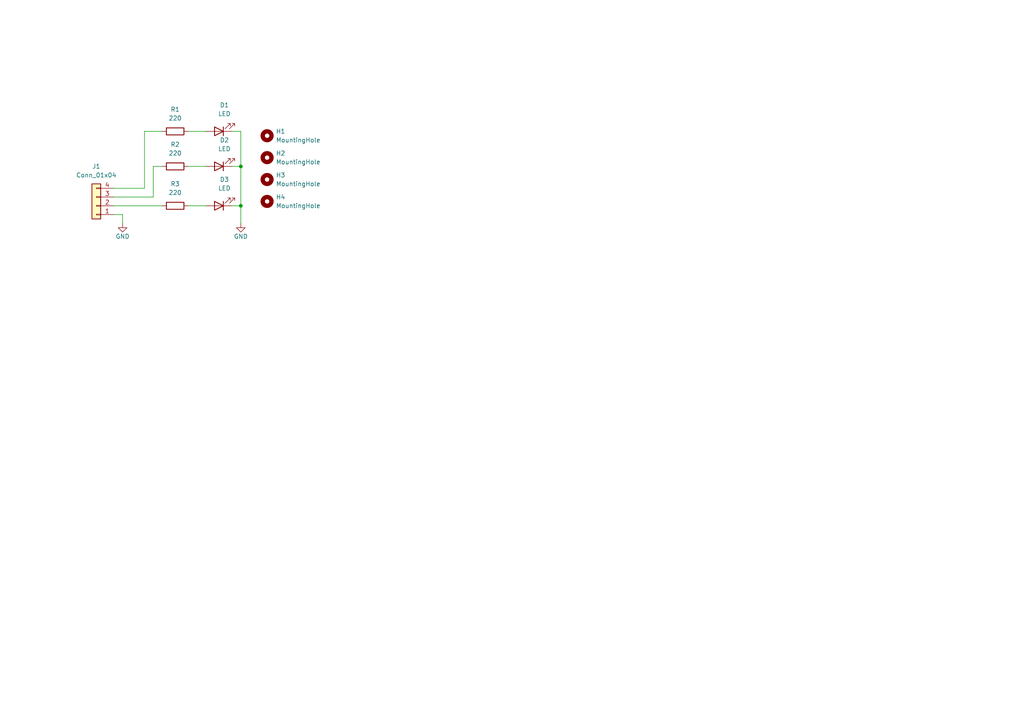
<source format=kicad_sch>
(kicad_sch (version 20211123) (generator eeschema)
  (paper "A4")
  (title_block (title "Unnamed BattleBot Schematic") (date "${issue}") (rev "${revision}") (company "Orbital Precession") (comment 4 "${full_hash}"))
  (lib_symbols
    (symbol "Connector_Generic:Conn_01x04" (pin_names (offset 1.016) hide)
      (property "Reference" "J" (at 0 5.08 0))
      (property "Value" "Conn_01x04" (at 0 -7.62 0))
      (symbol "Conn_01x04_1_1"
        (rectangle (start -1.27 -4.953) (end 0 -5.207) (stroke (width 0.1524)))
        (rectangle (start -1.27 -2.413) (end 0 -2.667) (stroke (width 0.1524)))
        (rectangle (start -1.27 0.127) (end 0 -0.127) (stroke (width 0.1524)))
        (rectangle (start -1.27 2.667) (end 0 2.413) (stroke (width 0.1524)))
        (rectangle (start -1.27 3.81) (end 1.27 -6.35) (stroke (width 0.254)) (fill (type background)))
        (pin passive line (at -5.08 2.54 0) (length 3.81) (name "Pin_1") (number "1"))
        (pin passive line (at -5.08 0 0) (length 3.81) (name "Pin_2") (number "2"))
        (pin passive line (at -5.08 -2.54 0) (length 3.81) (name "Pin_3") (number "3"))
        (pin passive line (at -5.08 -5.08 0) (length 3.81) (name "Pin_4") (number "4"))
      )
    )
    (symbol "Device:LED" (pin_numbers hide) (pin_names (offset 1.016) hide)
      (property "Reference" "D" (at 0 2.54 0))
      (property "Value" "LED" (at 0 -2.54 0))
      (symbol "LED_0_1"
        (polyline (pts (xy -1.27 -1.27) (xy -1.27 1.27)) (stroke (width 0.254)))
        (polyline (pts (xy -1.27 0) (xy 1.27 0)))
        (polyline (pts (xy 1.27 -1.27) (xy 1.27 1.27) (xy -1.27 0) (xy 1.27 -1.27)) (stroke (width 0.254)))
        (polyline (pts (xy -3.048 -0.762) (xy -4.572 -2.286) (xy -3.81 -2.286) (xy -4.572 -2.286) (xy -4.572 -1.524)))
        (polyline (pts (xy -1.778 -0.762) (xy -3.302 -2.286) (xy -2.54 -2.286) (xy -3.302 -2.286) (xy -3.302 -1.524)))
      )
      (symbol "LED_1_1"
        (pin passive line (at -3.81 0 0) (length 2.54) (name "K") (number "1"))
        (pin passive line (at 3.81 0 180) (length 2.54) (name "A") (number "2"))
      )
    )
    (symbol "Device:R" (pin_numbers hide) (pin_names (offset 0))
      (property "Reference" "R" (at 2.032 0 90))
      (property "Value" "R" (at 0 0 90))
      (symbol "R_0_1"
        (rectangle (start -1.016 -2.54) (end 1.016 2.54) (stroke (width 0.254)))
      )
      (symbol "R_1_1"
        (pin passive line (at 0 3.81 270) (length 1.27) (name "~") (number "1"))
        (pin passive line (at 0 -3.81 90) (length 1.27) (name "~") (number "2"))
      )
    )
    (symbol "Mechanical:MountingHole" (pin_names (offset 1.016))
      (property "Reference" "H" (at 0 5.08 0))
      (property "Value" "MountingHole" (at 0 3.175 0))
      (symbol "MountingHole_0_1"
        (circle (center 0 0) (radius 1.27) (stroke (width 1.27)))
      )
    )
    (symbol "power:GND" (power) (pin_names (offset 0))
      (property "Value" "GND" (at 0 -3.81 0))
      (symbol "GND_0_1"
        (polyline (pts (xy 0 0) (xy 0 -1.27) (xy 1.27 -1.27) (xy 0 -2.54) (xy -1.27 -1.27) (xy 0 -1.27)))
      )
      (symbol "GND_1_1"
        (pin power_in line (at 0 0 270) (length 0) hide (name "GND") (number "1"))
      )
    )
  )
  (junction (at 69.85 59.69))
  (junction (at 69.85 48.26))
  (wire (pts (xy 54.61 59.69) (xy 59.69 59.69)))
  (wire (pts (xy 69.85 38.1) (xy 69.85 48.26)))
  (wire (pts (xy 33.02 59.69) (xy 46.99 59.69)))
  (wire (pts (xy 69.85 48.26) (xy 69.85 59.69)))
  (wire (pts (xy 44.45 57.15) (xy 44.45 48.26)))
  (wire (pts (xy 41.91 54.61) (xy 41.91 38.1)))
  (wire (pts (xy 67.31 38.1) (xy 69.85 38.1)))
  (wire (pts (xy 67.31 48.26) (xy 69.85 48.26)))
  (wire (pts (xy 33.02 57.15) (xy 44.45 57.15)))
  (wire (pts (xy 54.61 38.1) (xy 59.69 38.1)))
  (wire (pts (xy 69.85 59.69) (xy 69.85 64.77)))
  (wire (pts (xy 33.02 54.61) (xy 41.91 54.61)))
  (wire (pts (xy 44.45 48.26) (xy 46.99 48.26)))
  (wire (pts (xy 33.02 62.23) (xy 35.56 62.23)))
  (wire (pts (xy 41.91 38.1) (xy 46.99 38.1)))
  (wire (pts (xy 54.61 48.26) (xy 59.69 48.26)))
  (wire (pts (xy 35.56 62.23) (xy 35.56 64.77)))
  (wire (pts (xy 67.31 59.69) (xy 69.85 59.69)))
  (symbol (lib_id "Device:R") (at 50.8 48.26 270) (unit 1)
    (property "Reference" "R2" (at 50.8 41.91 90))
    (property "Value" "220" (at 50.8 44.45 90))
    (property "Footprint" "Resistor_THT:R_Axial_DIN0204_L3.6mm_D1.6mm_P5.08mm_Horizontal" (effects hide))
  )
  (symbol (lib_id "Connector_Generic:Conn_01x04") (at 27.94 59.69 180) (unit 1)
    (property "Reference" "J1" (at 27.94 48.26 0))
    (property "Value" "Conn_01x04" (at 27.94 50.8 0))
    (property "Footprint" "Connector_PinHeader_2.54mm:PinHeader_1x04_P2.54mm_Horizontal" (effects hide))
  )
  (symbol (lib_id "Mechanical:MountingHole") (at 77.47 39.37 0) (unit 1)
    (property "Reference" "H1" (at 80.01 38.0999 0) (effects (justify left)))
    (property "Value" "MountingHole" (at 80.01 40.6399 0) (effects (justify left)))
    (property "Footprint" "MountingHole:MountingHole_2.5mm_Pad" (effects hide))
  )
  (symbol (lib_id "Device:LED") (at 63.5 38.1 180) (unit 1)
    (property "Reference" "D1" (at 65.0875 30.48 0))
    (property "Value" "LED" (at 65.0875 33.02 0))
    (property "Footprint" "LED_THT:LED_D3.0mm" (effects hide))
  )
  (symbol (lib_id "Device:R") (at 50.8 59.69 270) (unit 1)
    (property "Reference" "R3" (at 50.8 53.34 90))
    (property "Value" "220" (at 50.8 55.88 90))
    (property "Footprint" "Resistor_THT:R_Axial_DIN0204_L3.6mm_D1.6mm_P5.08mm_Horizontal" (effects hide))
  )
  (symbol (lib_id "Mechanical:MountingHole") (at 77.47 52.07 0) (unit 1)
    (property "Reference" "H3" (at 80.01 50.7999 0) (effects (justify left)))
    (property "Value" "MountingHole" (at 80.01 53.3399 0) (effects (justify left)))
    (property "Footprint" "MountingHole:MountingHole_2.5mm_Pad" (effects hide))
  )
  (symbol (lib_id "Mechanical:MountingHole") (at 77.47 45.72 0) (unit 1)
    (property "Reference" "H2" (at 80.01 44.4499 0) (effects (justify left)))
    (property "Value" "MountingHole" (at 80.01 46.9899 0) (effects (justify left)))
    (property "Footprint" "MountingHole:MountingHole_2.5mm_Pad" (effects hide))
  )
  (symbol (lib_id "Device:LED") (at 63.5 59.69 180) (unit 1)
    (property "Reference" "D3" (at 65.0875 52.07 0))
    (property "Value" "LED" (at 65.0875 54.61 0))
    (property "Footprint" "LED_THT:LED_D3.0mm" (effects hide))
  )
  (symbol (lib_id "Device:R") (at 50.8 38.1 270) (unit 1)
    (property "Reference" "R1" (at 50.8 31.75 90))
    (property "Value" "220" (at 50.8 34.29 90))
    (property "Footprint" "Resistor_THT:R_Axial_DIN0204_L3.6mm_D1.6mm_P5.08mm_Horizontal" (effects hide))
  )
  (symbol (lib_id "Device:LED") (at 63.5 48.26 180) (unit 1)
    (property "Reference" "D2" (at 65.0875 40.64 0))
    (property "Value" "LED" (at 65.0875 43.18 0))
    (property "Footprint" "LED_THT:LED_D3.0mm" (effects hide))
  )
  (symbol (lib_id "power:GND") (at 69.85 64.77 0) (unit 1)
    (property "Reference" "#PWR0102" (effects hide))
    (property "Value" "GND" (at 69.85 68.58 0))
  )
  (symbol (lib_id "Mechanical:MountingHole") (at 77.47 58.42 0) (unit 1)
    (property "Reference" "H4" (at 80.01 57.1499 0) (effects (justify left)))
    (property "Value" "MountingHole" (at 80.01 59.6899 0) (effects (justify left)))
    (property "Footprint" "MountingHole:MountingHole_2.5mm_Pad" (effects hide))
  )
  (symbol (lib_id "power:GND") (at 35.56 64.77 0) (unit 1)
    (property "Reference" "#PWR0101" (effects hide))
    (property "Value" "GND" (at 35.56 68.58 0))
  )
)
</source>
